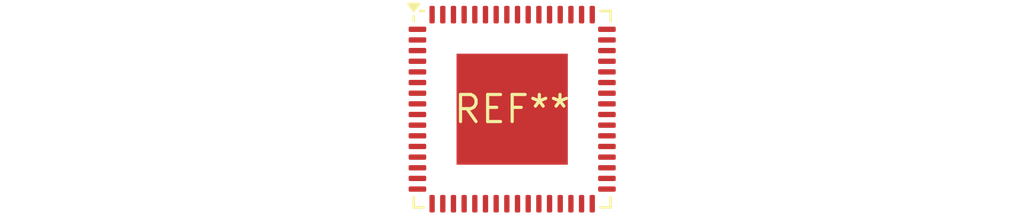
<source format=kicad_pcb>
(kicad_pcb (version 20240108) (generator pcbnew)
  (layers (0 "F.Cu" signal) (31 "B.Cu" signal) (34 "B.Paste" user) (35 "F.Paste" user) (36 "B.SilkS" user "B.Silkscreen") (37 "F.SilkS" user "F.Silkscreen") (38 "B.Mask" user) (39 "F.Mask" user) (44 "Edge.Cuts" user))
  (net 0 "")
  (footprint "LFCSP-64-1EP_9x9mm_P0.5mm_EP5.21x5.21mm" (layer "F.Cu") (at 0 0)
    (property "Reference" "REF**")
    (property "Value" "LFCSP-64-1EP_9x9mm_P0.5mm_EP5.21x5.21mm")
    (fp_line (start -4.61 -4.135) (end -4.61 -4.37) (layer "F.SilkS") (stroke (width 0.12)))
    (fp_line (start -4.61 4.61) (end -4.61 4.135) (layer "F.SilkS") (stroke (width 0.12)))
    (fp_line (start -4.135 -4.61) (end -4.31 -4.61) (layer "F.SilkS") (stroke (width 0.12)))
    (fp_line (start -4.135 4.61) (end -4.61 4.61) (layer "F.SilkS") (stroke (width 0.12)))
    (fp_line (start 4.135 -4.61) (end 4.61 -4.61) (layer "F.SilkS") (stroke (width 0.12)))
    (fp_line (start 4.135 4.61) (end 4.61 4.61) (layer "F.SilkS") (stroke (width 0.12)))
    (fp_line (start 4.61 -4.61) (end 4.61 -4.135) (layer "F.SilkS") (stroke (width 0.12)))
    (fp_line (start 4.61 4.61) (end 4.61 4.135) (layer "F.SilkS") (stroke (width 0.12)))
    (fp_poly (pts (xy -4.61 -4.61) (xy -4.85 -4.94) (xy -4.37 -4.94) (xy -4.61 -4.61)) (layer "F.SilkS") (stroke (width 0.12)) (fill solid))
    (pad "1" smd roundrect (at -4.4375 -3.75) (size 0.825 0.25) (layers "F.Cu" "F.Paste" "F.Mask"))
    (pad "2" smd roundrect (at -4.4375 -3.25) (size 0.825 0.25) (layers "F.Cu" "F.Paste" "F.Mask"))
    (pad "3" smd roundrect (at -4.4375 -2.75) (size 0.825 0.25) (layers "F.Cu" "F.Paste" "F.Mask"))
    (pad "4" smd roundrect (at -4.4375 -2.25) (size 0.825 0.25) (layers "F.Cu" "F.Paste" "F.Mask"))
    (pad "5" smd roundrect (at -4.4375 -1.75) (size 0.825 0.25) (layers "F.Cu" "F.Paste" "F.Mask"))
    (pad "6" smd roundrect (at -4.4375 -1.25) (size 0.825 0.25) (layers "F.Cu" "F.Paste" "F.Mask"))
    (pad "7" smd roundrect (at -4.4375 -0.75) (size 0.825 0.25) (layers "F.Cu" "F.Paste" "F.Mask"))
    (pad "8" smd roundrect (at -4.4375 -0.25) (size 0.825 0.25) (layers "F.Cu" "F.Paste" "F.Mask"))
    (pad "9" smd roundrect (at -4.4375 0.25) (size 0.825 0.25) (layers "F.Cu" "F.Paste" "F.Mask"))
    (pad "10" smd roundrect (at -4.4375 0.75) (size 0.825 0.25) (layers "F.Cu" "F.Paste" "F.Mask"))
    (pad "11" smd roundrect (at -4.4375 1.25) (size 0.825 0.25) (layers "F.Cu" "F.Paste" "F.Mask"))
    (pad "12" smd roundrect (at -4.4375 1.75) (size 0.825 0.25) (layers "F.Cu" "F.Paste" "F.Mask"))
    (pad "13" smd roundrect (at -4.4375 2.25) (size 0.825 0.25) (layers "F.Cu" "F.Paste" "F.Mask"))
    (pad "14" smd roundrect (at -4.4375 2.75) (size 0.825 0.25) (layers "F.Cu" "F.Paste" "F.Mask"))
    (pad "15" smd roundrect (at -4.4375 3.25) (size 0.825 0.25) (layers "F.Cu" "F.Paste" "F.Mask"))
    (pad "16" smd roundrect (at -4.4375 3.75) (size 0.825 0.25) (layers "F.Cu" "F.Paste" "F.Mask"))
    (pad "17" smd roundrect (at -3.75 4.4375) (size 0.25 0.825) (layers "F.Cu" "F.Paste" "F.Mask"))
    (pad "18" smd roundrect (at -3.25 4.4375) (size 0.25 0.825) (layers "F.Cu" "F.Paste" "F.Mask"))
    (pad "19" smd roundrect (at -2.75 4.4375) (size 0.25 0.825) (layers "F.Cu" "F.Paste" "F.Mask"))
    (pad "20" smd roundrect (at -2.25 4.4375) (size 0.25 0.825) (layers "F.Cu" "F.Paste" "F.Mask"))
    (pad "21" smd roundrect (at -1.75 4.4375) (size 0.25 0.825) (layers "F.Cu" "F.Paste" "F.Mask"))
    (pad "22" smd roundrect (at -1.25 4.4375) (size 0.25 0.825) (layers "F.Cu" "F.Paste" "F.Mask"))
    (pad "23" smd roundrect (at -0.75 4.4375) (size 0.25 0.825) (layers "F.Cu" "F.Paste" "F.Mask"))
    (pad "24" smd roundrect (at -0.25 4.4375) (size 0.25 0.825) (layers "F.Cu" "F.Paste" "F.Mask"))
    (pad "25" smd roundrect (at 0.25 4.4375) (size 0.25 0.825) (layers "F.Cu" "F.Paste" "F.Mask"))
    (pad "26" smd roundrect (at 0.75 4.4375) (size 0.25 0.825) (layers "F.Cu" "F.Paste" "F.Mask"))
    (pad "27" smd roundrect (at 1.25 4.4375) (size 0.25 0.825) (layers "F.Cu" "F.Paste" "F.Mask"))
    (pad "28" smd roundrect (at 1.75 4.4375) (size 0.25 0.825) (layers "F.Cu" "F.Paste" "F.Mask"))
    (pad "29" smd roundrect (at 2.25 4.4375) (size 0.25 0.825) (layers "F.Cu" "F.Paste" "F.Mask"))
    (pad "30" smd roundrect (at 2.75 4.4375) (size 0.25 0.825) (layers "F.Cu" "F.Paste" "F.Mask"))
    (pad "31" smd roundrect (at 3.25 4.4375) (size 0.25 0.825) (layers "F.Cu" "F.Paste" "F.Mask"))
    (pad "32" smd roundrect (at 3.75 4.4375) (size 0.25 0.825) (layers "F.Cu" "F.Paste" "F.Mask"))
    (pad "33" smd roundrect (at 4.4375 3.75) (size 0.825 0.25) (layers "F.Cu" "F.Paste" "F.Mask"))
    (pad "34" smd roundrect (at 4.4375 3.25) (size 0.825 0.25) (layers "F.Cu" "F.Paste" "F.Mask"))
    (pad "35" smd roundrect (at 4.4375 2.75) (size 0.825 0.25) (layers "F.Cu" "F.Paste" "F.Mask"))
    (pad "36" smd roundrect (at 4.4375 2.25) (size 0.825 0.25) (layers "F.Cu" "F.Paste" "F.Mask"))
    (pad "37" smd roundrect (at 4.4375 1.75) (size 0.825 0.25) (layers "F.Cu" "F.Paste" "F.Mask"))
    (pad "38" smd roundrect (at 4.4375 1.25) (size 0.825 0.25) (layers "F.Cu" "F.Paste" "F.Mask"))
    (pad "39" smd roundrect (at 4.4375 0.75) (size 0.825 0.25) (layers "F.Cu" "F.Paste" "F.Mask"))
    (pad "40" smd roundrect (at 4.4375 0.25) (size 0.825 0.25) (layers "F.Cu" "F.Paste" "F.Mask"))
    (pad "41" smd roundrect (at 4.4375 -0.25) (size 0.825 0.25) (layers "F.Cu" "F.Paste" "F.Mask"))
    (pad "42" smd roundrect (at 4.4375 -0.75) (size 0.825 0.25) (layers "F.Cu" "F.Paste" "F.Mask"))
    (pad "43" smd roundrect (at 4.4375 -1.25) (size 0.825 0.25) (layers "F.Cu" "F.Paste" "F.Mask"))
    (pad "44" smd roundrect (at 4.4375 -1.75) (size 0.825 0.25) (layers "F.Cu" "F.Paste" "F.Mask"))
    (pad "45" smd roundrect (at 4.4375 -2.25) (size 0.825 0.25) (layers "F.Cu" "F.Paste" "F.Mask"))
    (pad "46" smd roundrect (at 4.4375 -2.75) (size 0.825 0.25) (layers "F.Cu" "F.Paste" "F.Mask"))
    (pad "47" smd roundrect (at 4.4375 -3.25) (size 0.825 0.25) (layers "F.Cu" "F.Paste" "F.Mask"))
    (pad "48" smd roundrect (at 4.4375 -3.75) (size 0.825 0.25) (layers "F.Cu" "F.Paste" "F.Mask"))
    (pad "49" smd roundrect (at 3.75 -4.4375) (size 0.25 0.825) (layers "F.Cu" "F.Paste" "F.Mask"))
    (pad "50" smd roundrect (at 3.25 -4.4375) (size 0.25 0.825) (layers "F.Cu" "F.Paste" "F.Mask"))
    (pad "51" smd roundrect (at 2.75 -4.4375) (size 0.25 0.825) (layers "F.Cu" "F.Paste" "F.Mask"))
    (pad "52" smd roundrect (at 2.25 -4.4375) (size 0.25 0.825) (layers "F.Cu" "F.Paste" "F.Mask"))
    (pad "53" smd roundrect (at 1.75 -4.4375) (size 0.25 0.825) (layers "F.Cu" "F.Paste" "F.Mask"))
    (pad "54" smd roundrect (at 1.25 -4.4375) (size 0.25 0.825) (layers "F.Cu" "F.Paste" "F.Mask"))
    (pad "55" smd roundrect (at 0.75 -4.4375) (size 0.25 0.825) (layers "F.Cu" "F.Paste" "F.Mask"))
    (pad "56" smd roundrect (at 0.25 -4.4375) (size 0.25 0.825) (layers "F.Cu" "F.Paste" "F.Mask"))
    (pad "57" smd roundrect (at -0.25 -4.4375) (size 0.25 0.825) (layers "F.Cu" "F.Paste" "F.Mask"))
    (pad "58" smd roundrect (at -0.75 -4.4375) (size 0.25 0.825) (layers "F.Cu" "F.Paste" "F.Mask"))
    (pad "59" smd roundrect (at -1.25 -4.4375) (size 0.25 0.825) (layers "F.Cu" "F.Paste" "F.Mask"))
    (pad "60" smd roundrect (at -1.75 -4.4375) (size 0.25 0.825) (layers "F.Cu" "F.Paste" "F.Mask"))
    (pad "61" smd roundrect (at -2.25 -4.4375) (size 0.25 0.825) (layers "F.Cu" "F.Paste" "F.Mask"))
    (pad "62" smd roundrect (at -2.75 -4.4375) (size 0.25 0.825) (layers "F.Cu" "F.Paste" "F.Mask"))
    (pad "63" smd roundrect (at -3.25 -4.4375) (size 0.25 0.825) (layers "F.Cu" "F.Paste" "F.Mask"))
    (pad "64" smd roundrect (at -3.75 -4.4375) (size 0.25 0.825) (layers "F.Cu" "F.Paste" "F.Mask"))
    (pad "65" smd rect (at 0 0) (size 5.21 5.21) (property pad_prop_heatsink) (layers "F.Cu" "F.Mask"))
  )
)
</source>
